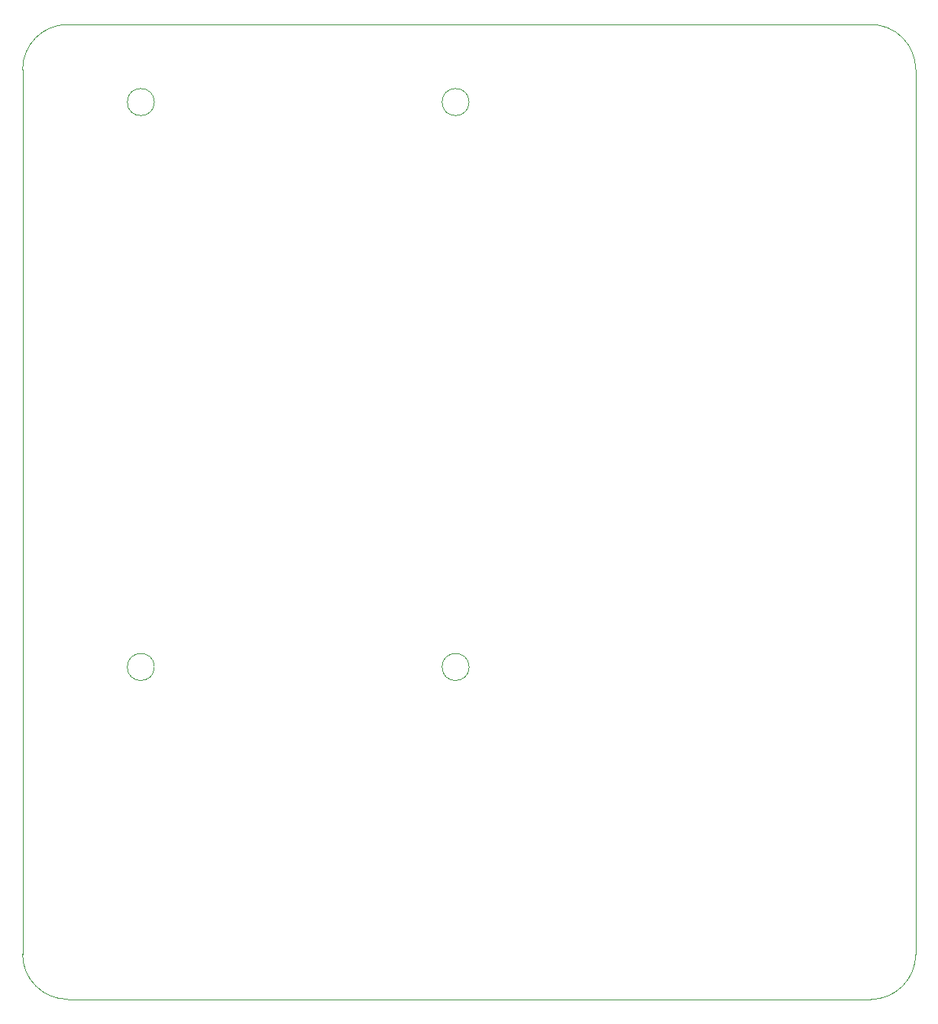
<source format=gbr>
%TF.GenerationSoftware,KiCad,Pcbnew,9.0.2*%
%TF.CreationDate,2025-06-04T00:41:34+07:00*%
%TF.ProjectId,Torque Vectoring Board,546f7271-7565-4205-9665-63746f72696e,rev?*%
%TF.SameCoordinates,Original*%
%TF.FileFunction,Profile,NP*%
%FSLAX46Y46*%
G04 Gerber Fmt 4.6, Leading zero omitted, Abs format (unit mm)*
G04 Created by KiCad (PCBNEW 9.0.2) date 2025-06-04 00:41:34*
%MOMM*%
%LPD*%
G01*
G04 APERTURE LIST*
%TA.AperFunction,Profile*%
%ADD10C,0.050000*%
%TD*%
%TA.AperFunction,Profile*%
%ADD11C,0.100000*%
%TD*%
G04 APERTURE END LIST*
D10*
X49000000Y-141000000D02*
X138000000Y-141017440D01*
X143000000Y-136017400D02*
X143000000Y-38000000D01*
X138000000Y-33000000D02*
G75*
G02*
X143000000Y-38000000I0J-5000000D01*
G01*
X143000000Y-136017400D02*
G75*
G02*
X138000000Y-141017440I-5000000J-40D01*
G01*
X49000000Y-141000000D02*
G75*
G02*
X44000000Y-136000000I0J5000000D01*
G01*
X44000000Y-38000000D02*
X44000000Y-136000000D01*
X44000000Y-38000000D02*
G75*
G02*
X49000000Y-33000000I5000000J0D01*
G01*
X138000000Y-33000000D02*
X49000000Y-33000000D01*
D11*
%TO.C,U1*%
X58606000Y-41598000D02*
G75*
G02*
X55606000Y-41598000I-1500000J0D01*
G01*
X55606000Y-41598000D02*
G75*
G02*
X58606000Y-41598000I1500000J0D01*
G01*
X58606000Y-104188000D02*
G75*
G02*
X55606000Y-104188000I-1500000J0D01*
G01*
X55606000Y-104188000D02*
G75*
G02*
X58606000Y-104188000I1500000J0D01*
G01*
X93496000Y-41598000D02*
G75*
G02*
X90496000Y-41598000I-1500000J0D01*
G01*
X90496000Y-41598000D02*
G75*
G02*
X93496000Y-41598000I1500000J0D01*
G01*
X93496000Y-104188000D02*
G75*
G02*
X90496000Y-104188000I-1500000J0D01*
G01*
X90496000Y-104188000D02*
G75*
G02*
X93496000Y-104188000I1500000J0D01*
G01*
%TD*%
M02*

</source>
